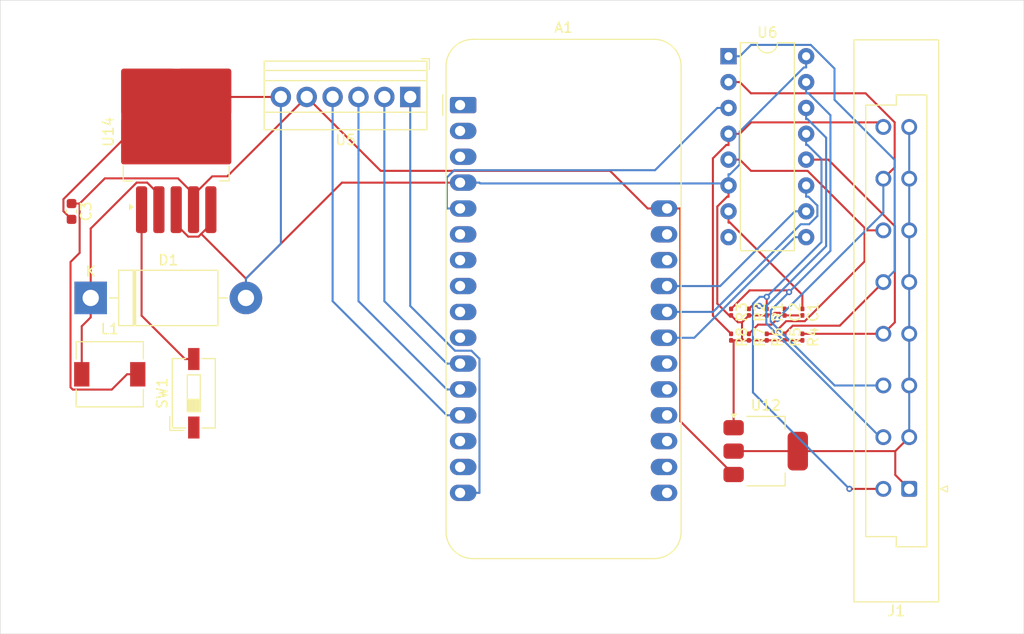
<source format=kicad_pcb>
(kicad_pcb (version 20240108) (generator "pcbnew") (generator_version "8.0")
  (layers (0 "F.Cu" signal) (31 "B.Cu" signal) (34 "B.Paste" user) (35 "F.Paste" user) (36 "B.SilkS" user "B.Silkscreen") (37 "F.SilkS" user "F.Silkscreen") (38 "B.Mask" user) (39 "F.Mask" user) (44 "Edge.Cuts" user))
  (net 0 "")
  (net 1 "/+5V")
  (net 5 "/AN_Out")
  (net 7 "/SPI_MOSI")
  (net 10 "/SPI_MISO")
  (net 13 "/SEL_2")
  (net 15 "GND")
  (net 18 "/Vref3.3")
  (net 20 "/SEL_0")
  (net 21 "/SPI_CS")
  (net 22 "/SEL_1")
  (net 28 "/SPI_SCK")
  (net 29 "Net-(U6-VEE)")
  (net 30 "+3.3VA")
  (net 31 "/AN_0")
  (net 32 "/AN_1")
  (net 33 "/AN_2")
  (net 34 "/AN_3")
  (net 35 "/AN_4")
  (net 36 "/AN_5")
  (net 37 "/AN_6")
  (net 38 "/AN_7")
  (net 40 "+3.3V")
  (net 41 "Net-(U14-VIN)")
  (net 42 "Net-(D1-K)")
  (net 43 "+BATT")
  (footprint "Inductor_SMD:L_6.3x6.3_H3" (layer "F.Cu") (at 26.5 85.75)
    (property "Reference" "L1" (at 0 -4.45 0) (layer "F.SilkS"))
    (property "Value" "33uH")
    (fp_line (start -3.3 -3.2) (end 3.3 -3.2) (stroke (width 0.12)) (layer "F.SilkS"))
    (fp_line (start -3.3 -1.5) (end -3.3 -3.2) (stroke (width 0.12)) (layer "F.SilkS"))
    (fp_line (start -3.3 3.2) (end -3.3 1.5) (stroke (width 0.12)) (layer "F.SilkS"))
    (fp_line (start 3.3 -3.2) (end 3.3 -1.5) (stroke (width 0.12)) (layer "F.SilkS"))
    (fp_line (start 3.3 1.5) (end 3.3 3.2) (stroke (width 0.12)) (layer "F.SilkS"))
    (fp_line (start 3.3 3.2) (end -3.3 3.2) (stroke (width 0.12)) (layer "F.SilkS"))
    (pad "1" smd rect (at -2.75 0) (size 1.5 2.4) (layers "F.Cu" "F.Paste" "F.Mask") (net 42 "Net-(D1-K)"))
    (pad "2" smd rect (at 2.75 0) (size 1.5 2.4) (layers "F.Cu" "F.Paste" "F.Mask") (net 1 "/+5V"))
  )
  (footprint "Connector_DIN:DIN41612_B2_2x8_Female_Vertical_THT" (layer "F.Cu") (at 104.99 99.55 180)
    (property "Reference" "J1" (at 1.27 -9.45 0) (layer "F.SilkS"))
    (property "Value" "DIN41612_02x08_AB_EvenPins")
    (fp_line (start 5.43 46.66) (end -2.89 46.66) (stroke (width 0.12)) (layer "F.SilkS"))
    (fp_line (start 5.43 -8.56) (end 5.43 46.66) (stroke (width 0.12)) (layer "F.SilkS"))
    (fp_line (start 4.27 40.25) (end 1.27 40.25) (stroke (width 0.12)) (layer "F.SilkS"))
    (fp_line (start 4.27 -2.15) (end 4.27 40.25) (stroke (width 0.12)) (layer "F.SilkS"))
    (fp_line (start 1.27 41.25) (end -1.73 41.25) (stroke (width 0.12)) (layer "F.SilkS"))
    (fp_line (start 1.27 40.25) (end 1.27 41.25) (stroke (width 0.12)) (layer "F.SilkS"))
    (fp_line (start 1.27 -2.15) (end 4.27 -2.15) (stroke (width 0.12)) (layer "F.SilkS"))
    (fp_line (start 1.27 -3.15) (end 1.27 -2.15) (stroke (width 0.12)) (layer "F.SilkS"))
    (fp_line (start -1.73 41.25) (end -1.73 -3.15) (stroke (width 0.12)) (layer "F.SilkS"))
    (fp_line (start -1.73 -3.15) (end 1.27 -3.15) (stroke (width 0.12)) (layer "F.SilkS"))
    (fp_line (start -2.89 46.66) (end -2.89 -8.56) (stroke (width 0.12)) (layer "F.SilkS"))
    (fp_line (start -2.89 -8.56) (end 5.43 -8.56) (stroke (width 0.12)) (layer "F.SilkS"))
    (fp_line (start -3.08 2.54) (end -3.76 2.24) (stroke (width 0.12)) (layer "F.SilkS"))
    (fp_line (start -3.76 2.84) (end -3.08 2.54) (stroke (width 0.12)) (layer "F.SilkS"))
    (fp_line (start -3.76 2.24) (end -3.76 2.84) (stroke (width 0.12)) (layer "F.SilkS"))
    (pad "" np_thru_hole circle (at 2.24 -5.95 180) (size 2.85 2.85) (drill 2.85) (layers "*.Cu" "*.Mask"))
    (pad "" np_thru_hole circle (at 2.24 44.05 180) (size 2.85 2.85) (drill 2.85) (layers "*.Cu" "*.Mask"))
    (pad "a2" thru_hole roundrect (at 0 2.54 180) (size 1.55 1.55) (drill 1) (layers "*.Cu" "*.Mask") (roundrect_rratio 0.16129) (net 40 "+3.3V"))
    (pad "a4" thru_hole circle (at 0 7.62 180) (size 1.55 1.55) (drill 1) (layers "*.Cu" "*.Mask") (net 40 "+3.3V"))
    (pad "a6" thru_hole circle (at 0 12.7 180) (size 1.55 1.55) (drill 1) (layers "*.Cu" "*.Mask") (net 40 "+3.3V"))
    (pad "a8" thru_hole circle (at 0 17.78 180) (size 1.55 1.55) (drill 1) (layers "*.Cu" "*.Mask") (net 40 "+3.3V"))
    (pad "a10" thru_hole circle (at 0 22.86 180) (size 1.55 1.55) (drill 1) (layers "*.Cu" "*.Mask") (net 40 "+3.3V"))
    (pad "a12" thru_hole circle (at 0 27.94 180) (size 1.55 1.55) (drill 1) (layers "*.Cu" "*.Mask") (net 40 "+3.3V"))
    (pad "a14" thru_hole circle (at 0 33.02 180) (size 1.55 1.55) (drill 1) (layers "*.Cu" "*.Mask") (net 40 "+3.3V"))
    (pad "a16" thru_hole circle (at 0 38.1 180) (size 1.55 1.55) (drill 1) (layers "*.Cu" "*.Mask") (net 40 "+3.3V"))
    (pad "b2" thru_hole circle (at 2.54 2.54 180) (size 1.55 1.55) (drill 1) (layers "*.Cu" "*.Mask") (net 31 "/AN_0"))
    (pad "b4" thru_hole circle (at 2.54 7.62 180) (size 1.55 1.55) (drill 1) (layers "*.Cu" "*.Mask") (net 32 "/AN_1"))
    (pad "b6" thru_hole circle (at 2.54 12.7 180) (size 1.55 1.55) (drill 1) (layers "*.Cu" "*.Mask") (net 33 "/AN_2"))
    (pad "b8" thru_hole circle (at 2.54 17.78 180) (size 1.55 1.55) (drill 1) (layers "*.Cu" "*.Mask") (net 34 "/AN_3"))
    (pad "b10" thru_hole circle (at 2.54 22.86 180) (size 1.55 1.55) (drill 1) (layers "*.Cu" "*.Mask") (net 35 "/AN_4"))
    (pad "b12" thru_hole circle (at 2.54 27.94 180) (size 1.55 1.55) (drill 1) (layers "*.Cu" "*.Mask") (net 36 "/AN_5"))
    (pad "b14" thru_hole circle (at 2.54 33.02 180) (size 1.55 1.55) (drill 1) (layers "*.Cu" "*.Mask") (net 37 "/AN_6"))
    (pad "b16" thru_hole circle (at 2.54 38.1 180) (size 1.55 1.55) (drill 1) (layers "*.Cu" "*.Mask") (net 38 "/AN_7"))
  )
  (footprint "Button_Switch_SMD:SW_DIP_SPSTx01_Slide_6.7x4.1mm_W6.73mm_P2.54mm_LowProfile_JPin" (layer "F.Cu") (at 34.75 87.615 90)
    (property "Reference" "SW1" (at 0 -3.11 90) (layer "F.SilkS"))
    (property "Value" "SW_DIP_x01")
    (fp_line (start -3.65 -2.35) (end -2.267 -2.35) (stroke (width 0.12)) (layer "F.SilkS"))
    (fp_line (start -3.65 -2.35) (end -3.65 -0.967) (stroke (width 0.12)) (layer "F.SilkS"))
    (fp_line (start 3.41 -2.11) (end 3.41 -0.8) (stroke (width 0.12)) (layer "F.SilkS"))
    (fp_line (start -3.41 -2.11) (end 3.41 -2.11) (stroke (width 0.12)) (layer "F.SilkS"))
    (fp_line (start -3.41 -2.11) (end -3.41 -0.8) (stroke (width 0.12)) (layer "F.SilkS"))
    (fp_line (start 1.81 -0.635) (end -1.81 -0.635) (stroke (width 0.12)) (layer "F.SilkS"))
    (fp_line (start -0.603333 -0.635) (end -0.603333 0.635) (stroke (width 0.12)) (layer "F.SilkS"))
    (fp_line (start -1.81 -0.635) (end -1.81 0.635) (stroke (width 0.12)) (layer "F.SilkS"))
    (fp_line (start -1.81 -0.515) (end -0.603333 -0.515) (stroke (width 0.12)) (layer "F.SilkS"))
    (fp_line (start -1.81 -0.395) (end -0.603333 -0.395) (stroke (width 0.12)) (layer "F.SilkS"))
    (fp_line (start -1.81 -0.275) (end -0.603333 -0.275) (stroke (width 0.12)) (layer "F.SilkS"))
    (fp_line (start -1.81 -0.155) (end -0.603333 -0.155) (stroke (width 0.12)) (layer "F.SilkS"))
    (fp_line (start -1.81 -0.035) (end -0.603333 -0.035) (stroke (width 0.12)) (layer "F.SilkS"))
    (fp_line (start -1.81 0.085) (end -0.603333 0.085) (stroke (width 0.12)) (layer "F.SilkS"))
    (fp_line (start -1.81 0.205) (end -0.603333 0.205) (stroke (width 0.12)) (layer "F.SilkS"))
    (fp_line (start -1.81 0.325) (end -0.603333 0.325) (stroke (width 0.12)) (layer "F.SilkS"))
    (fp_line (start -1.81 0.445) (end -0.603333 0.445) (stroke (width 0.12)) (layer "F.SilkS"))
    (fp_line (start -1.81 0.565) (end -0.603333 0.565) (stroke (width 0.12)) (layer "F.SilkS"))
    (fp_line (start 1.81 0.635) (end 1.81 -0.635) (stroke (width 0.12)) (layer "F.SilkS"))
    (fp_line (start -1.81 0.635) (end 1.81 0.635) (stroke (width 0.12)) (layer "F.SilkS"))
    (fp_line (start 3.41 0.8) (end 3.41 2.11) (stroke (width 0.12)) (layer "F.SilkS"))
    (fp_line (start -3.41 0.8) (end -3.41 2.11) (stroke (width 0.12)) (layer "F.SilkS"))
    (fp_line (start -3.41 2.11) (end 3.41 2.11) (stroke (width 0.12)) (layer "F.SilkS"))
    (pad "1" smd rect (at -3.365 0 90) (size 2.16 1.12) (layers "F.Cu" "F.Paste" "F.Mask") (net 43 "+BATT"))
    (pad "2" smd rect (at 3.365 0 90) (size 2.16 1.12) (layers "F.Cu" "F.Paste" "F.Mask") (net 41 "Net-(U14-VIN)"))
  )
  (footprint "TerminalBlock:TerminalBlock_Xinya_XY308-2.54-6P_1x06_P2.54mm_Horizontal" (layer "F.Cu") (at 56 58.5 180)
    (property "Reference" "U5" (at 6.35 -4.22 0) (layer "F.SilkS"))
    (property "Value" "~")
    (fp_line (start 14.34 -3.22) (end 14.34 3.52) (stroke (width 0.12)) (layer "F.SilkS"))
    (fp_line (start -1.64 3.52) (end 14.34 3.52) (stroke (width 0.12)) (layer "F.SilkS"))
    (fp_line (start -1.64 2.6) (end 14.34 2.6) (stroke (width 0.12)) (layer "F.SilkS"))
    (fp_line (start -1.64 1.6) (end 14.34 1.6) (stroke (width 0.12)) (layer "F.SilkS"))
    (fp_line (start -1.64 -1.501) (end 14.34 -1.501) (stroke (width 0.12)) (layer "F.SilkS"))
    (fp_line (start -1.64 -3.22) (end 14.34 -3.22) (stroke (width 0.12)) (layer "F.SilkS"))
    (fp_line (start -1.64 -3.22) (end -1.64 3.52) (stroke (width 0.12)) (layer "F.SilkS"))
    (fp_line (start -1.88 3.76) (end -1.08 3.76) (stroke (width 0.12)) (layer "F.SilkS"))
    (fp_line (start -1.88 2.72) (end -1.88 3.76) (stroke (width 0.12)) (layer "F.SilkS"))
    (pad "1" thru_hole rect (at 0 0 180) (size 2 2) (drill 1.2) (layers "*.Cu" "*.Mask") (net 21 "/SPI_CS"))
    (pad "2" thru_hole circle (at 2.54 0 180) (size 2 2) (drill 1.2) (layers "*.Cu" "*.Mask") (net 28 "/SPI_SCK"))
    (pad "3" thru_hole circle (at 5.08 0 180) (size 2 2) (drill 1.2) (layers "*.Cu" "*.Mask") (net 7 "/SPI_MOSI"))
    (pad "4" thru_hole circle (at 7.62 0 180) (size 2 2) (drill 1.2) (layers "*.Cu" "*.Mask") (net 10 "/SPI_MISO"))
    (pad "5" thru_hole circle (at 10.16 0 180) (size 2 2) (drill 1.2) (layers "*.Cu" "*.Mask") (net 1 "/+5V"))
    (pad "6" thru_hole circle (at 12.7 0 180) (size 2 2) (drill 1.2) (layers "*.Cu" "*.Mask") (net 15 "GND"))
  )
  (footprint "Diode_THT:D_DO-201AD_P15.24mm_Horizontal" (layer "F.Cu") (at 24.63 78.25)
    (property "Reference" "D1" (at 7.62 -3.72 0) (layer "F.SilkS"))
    (property "Value" "1N5820")
    (fp_line (start 1.84 0) (end 2.75 0) (stroke (width 0.12)) (layer "F.SilkS"))
    (fp_line (start 2.75 -2.72) (end 2.75 2.72) (stroke (width 0.12)) (layer "F.SilkS"))
    (fp_line (start 2.75 2.72) (end 12.49 2.72) (stroke (width 0.12)) (layer "F.SilkS"))
    (fp_line (start 4.175 -2.72) (end 4.175 2.72) (stroke (width 0.12)) (layer "F.SilkS"))
    (fp_line (start 4.295 -2.72) (end 4.295 2.72) (stroke (width 0.12)) (layer "F.SilkS"))
    (fp_line (start 4.415 -2.72) (end 4.415 2.72) (stroke (width 0.12)) (layer "F.SilkS"))
    (fp_line (start 12.49 -2.72) (end 2.75 -2.72) (stroke (width 0.12)) (layer "F.SilkS"))
    (fp_line (start 12.49 2.72) (end 12.49 -2.72) (stroke (width 0.12)) (layer "F.SilkS"))
    (fp_line (start 13.4 0) (end 12.49 0) (stroke (width 0.12)) (layer "F.SilkS"))
    (fp_text user "K" (at 0 -2.6 0) (layer "F.SilkS"))
    (pad "1" thru_hole rect (at 0 0) (size 3.2 3.2) (drill 1.6) (layers "*.Cu" "*.Mask") (net 42 "Net-(D1-K)"))
    (pad "2" thru_hole oval (at 15.24 0) (size 3.2 3.2) (drill 1.6) (layers "*.Cu" "*.Mask") (net 15 "GND"))
  )
  (footprint "Resistor_SMD:R_0201_0603Metric" (layer "F.Cu") (at 87.5 82.095 -90)
    (property "Reference" "R8" (at 0 -1.05 90) (layer "F.SilkS"))
    (property "Value" "10k")
    (pad "1" smd roundrect (at -0.32 0 270) (size 0.46 0.4) (layers "F.Cu" "F.Mask") (net 38 "/AN_7"))
    (pad "2" smd roundrect (at 0.32 0 270) (size 0.46 0.4) (layers "F.Cu" "F.Mask") (net 15 "GND"))
  )
  (footprint "Resistor_SMD:R_0201_0603Metric" (layer "F.Cu") (at 92.75 82.095 -90)
    (property "Reference" "R5" (at 0 -1.05 90) (layer "F.SilkS"))
    (property "Value" "10k")
    (pad "1" smd roundrect (at -0.32 0 270) (size 0.46 0.4) (layers "F.Cu" "F.Mask") (net 35 "/AN_4"))
    (pad "2" smd roundrect (at 0.32 0 270) (size 0.46 0.4) (layers "F.Cu" "F.Mask") (net 15 "GND"))
  )
  (footprint "Package_DIP:DIP-16_W7.62mm" (layer "F.Cu") (at 87.25 54.5)
    (property "Reference" "U6" (at 3.81 -2.33 0) (layer "F.SilkS"))
    (property "Value" "4051")
    (fp_line (start 1.16 -1.33) (end 1.16 19.11) (stroke (width 0.12)) (layer "F.SilkS"))
    (fp_line (start 1.16 19.11) (end 6.46 19.11) (stroke (width 0.12)) (layer "F.SilkS"))
    (fp_line (start 2.81 -1.33) (end 1.16 -1.33) (stroke (width 0.12)) (layer "F.SilkS"))
    (fp_line (start 6.46 -1.33) (end 4.81 -1.33) (stroke (width 0.12)) (layer "F.SilkS"))
    (fp_line (start 6.46 19.11) (end 6.46 -1.33) (stroke (width 0.12)) (layer "F.SilkS"))
    (fp_arc (start 4.81 -1.33) (mid 3.81 -0.33) (end 2.81 -1.33) (stroke (width 0.12)) (layer "F.SilkS"))
    (pad "1" thru_hole rect (at 0 0) (size 1.6 1.6) (drill 0.8) (layers "*.Cu" "*.Mask") (net 35 "/AN_4"))
    (pad "2" thru_hole oval (at 0 2.54) (size 1.6 1.6) (drill 0.8) (layers "*.Cu" "*.Mask") (net 37 "/AN_6"))
    (pad "3" thru_hole oval (at 0 5.08) (size 1.6 1.6) (drill 0.8) (layers "*.Cu" "*.Mask") (net 5 "/AN_Out"))
    (pad "4" thru_hole oval (at 0 7.62) (size 1.6 1.6) (drill 0.8) (layers "*.Cu" "*.Mask") (net 38 "/AN_7"))
    (pad "5" thru_hole oval (at 0 10.16) (size 1.6 1.6) (drill 0.8) (layers "*.Cu" "*.Mask") (net 36 "/AN_5"))
    (pad "6" thru_hole oval (at 0 12.7) (size 1.6 1.6) (drill 0.8) (layers "*.Cu" "*.Mask") (net 15 "GND"))
    (pad "7" thru_hole oval (at 0 15.24) (size 1.6 1.6) (drill 0.8) (layers "*.Cu" "*.Mask") (net 29 "Net-(U6-VEE)"))
    (pad "8" thru_hole oval (at 0 17.78) (size 1.6 1.6) (drill 0.8) (layers "*.Cu" "*.Mask"))
    (pad "9" thru_hole oval (at 7.62 17.78) (size 1.6 1.6) (drill 0.8) (layers "*.Cu" "*.Mask") (net 13 "/SEL_2"))
    (pad "10" thru_hole oval (at 7.62 15.24) (size 1.6 1.6) (drill 0.8) (layers "*.Cu" "*.Mask") (net 22 "/SEL_1"))
    (pad "11" thru_hole oval (at 7.62 12.7) (size 1.6 1.6) (drill 0.8) (layers "*.Cu" "*.Mask") (net 20 "/SEL_0"))
    (pad "12" thru_hole oval (at 7.62 10.16) (size 1.6 1.6) (drill 0.8) (layers "*.Cu" "*.Mask") (net 34 "/AN_3"))
    (pad "13" thru_hole oval (at 7.62 7.62) (size 1.6 1.6) (drill 0.8) (layers "*.Cu" "*.Mask") (net 31 "/AN_0"))
    (pad "14" thru_hole oval (at 7.62 5.08) (size 1.6 1.6) (drill 0.8) (layers "*.Cu" "*.Mask") (net 32 "/AN_1"))
    (pad "15" thru_hole oval (at 7.62 2.54) (size 1.6 1.6) (drill 0.8) (layers "*.Cu" "*.Mask") (net 33 "/AN_2"))
    (pad "16" thru_hole oval (at 7.62 0) (size 1.6 1.6) (drill 0.8) (layers "*.Cu" "*.Mask") (net 15 "GND"))
  )
  (footprint "Package_TO_SOT_SMD:TO-263-5_TabPin3" (layer "F.Cu") (at 33.025 61.925 90)
    (property "Reference" "U14" (at 0 -6.65 90) (layer "F.SilkS"))
    (property "Value" "LM2596S-5")
    (fp_line (start -3.325 -5.2) (end -4.825 -5.2) (stroke (width 0.12)) (layer "F.SilkS"))
    (fp_line (start -4.825 -5.2) (end -4.825 -4.25) (stroke (width 0.12)) (layer "F.SilkS"))
    (fp_line (start -3.325 5.2) (end -4.825 5.2) (stroke (width 0.12)) (layer "F.SilkS"))
    (fp_line (start -4.825 5.2) (end -4.825 4.25) (stroke (width 0.12)) (layer "F.SilkS"))
    (fp_poly (pts (xy -7.3875 -4.25) (xy -7.6275 -4.58) (xy -7.1475 -4.58) (xy -7.3875 -4.25)) (stroke (width 0.12)) (fill solid) (layer "F.SilkS"))
    (pad "1" smd roundrect (at -7.65 -3.4 90) (size 4.6 1.1) (layers "F.Cu" "F.Paste" "F.Mask") (roundrect_rratio 0.227273) (net 41 "Net-(U14-VIN)"))
    (pad "2" smd roundrect (at -7.65 -1.7 90) (size 4.6 1.1) (layers "F.Cu" "F.Paste" "F.Mask") (roundrect_rratio 0.227273) (net 42 "Net-(D1-K)"))
    (pad "3" smd roundrect (at -7.65 0 90) (size 4.6 1.1) (layers "F.Cu" "F.Paste" "F.Mask") (roundrect_rratio 0.227273) (net 15 "GND"))
    (pad "3" smd roundrect (at -0.925 -2.775 90) (size 4.55 5.25) (layers "F.Cu" "F.Paste") (roundrect_rratio 0.054945) (net 15 "GND"))
    (pad "3" smd roundrect (at -0.925 2.775 90) (size 4.55 5.25) (layers "F.Cu" "F.Paste") (roundrect_rratio 0.054945) (net 15 "GND"))
    (pad "3" smd roundrect (at 1.5 0 90) (size 9.4 10.8) (layers "F.Cu" "F.Mask") (roundrect_rratio 0.026596) (net 15 "GND"))
    (pad "3" smd roundrect (at 3.925 -2.775 90) (size 4.55 5.25) (layers "F.Cu" "F.Paste") (roundrect_rratio 0.054945) (net 15 "GND"))
    (pad "3" smd roundrect (at 3.925 2.775 90) (size 4.55 5.25) (layers "F.Cu" "F.Paste") (roundrect_rratio 0.054945) (net 15 "GND"))
    (pad "4" smd roundrect (at -7.65 1.7 90) (size 4.6 1.1) (layers "F.Cu" "F.Paste" "F.Mask") (roundrect_rratio 0.227273) (net 1 "/+5V"))
    (pad "5" smd roundrect (at -7.65 3.4 90) (size 4.6 1.1) (layers "F.Cu" "F.Paste" "F.Mask") (roundrect_rratio 0.227273) (net 15 "GND"))
  )
  (footprint "Resistor_SMD:R_0201_0603Metric" (layer "F.Cu") (at 91 82.095 -90)
    (property "Reference" "R6" (at 0 -1.05 90) (layer "F.SilkS"))
    (property "Value" "10k")
    (pad "1" smd roundrect (at -0.32 0 270) (size 0.46 0.4) (layers "F.Cu" "F.Mask") (net 36 "/AN_5"))
    (pad "2" smd roundrect (at 0.32 0 270) (size 0.46 0.4) (layers "F.Cu" "F.Mask") (net 15 "GND"))
  )
  (footprint "Capacitor_SMD:C_0201_0603Metric" (layer "F.Cu") (at 92.75 79.645 -90)
    (property "Reference" "C2" (at 0 -1.05 90) (layer "F.SilkS"))
    (property "Value" "C")
    (pad "1" smd roundrect (at -0.32 0 270) (size 0.46 0.4) (layers "F.Cu" "F.Mask") (net 30 "+3.3VA"))
    (pad "2" smd roundrect (at 0.32 0 270) (size 0.46 0.4) (layers "F.Cu" "F.Mask") (net 15 "GND"))
  )
  (footprint "Capacitor_SMD:C_0603_1608Metric" (layer "F.Cu") (at 22.75 69.75 -90)
    (property "Reference" "C3" (at 0 -1.43 -90) (layer "F.SilkS"))
    (property "Value" "220uf")
    (fp_line (start -0.14058 0.51) (end 0.14058 0.51) (stroke (width 0.12)) (layer "F.SilkS"))
    (fp_line (start -0.14058 -0.51) (end 0.14058 -0.51) (stroke (width 0.12)) (layer "F.SilkS"))
    (pad "1" smd roundrect (at -0.775 0 270) (size 0.9 0.95) (layers "F.Cu" "F.Paste" "F.Mask") (net 1 "/+5V"))
    (pad "2" smd roundrect (at 0.775 0 270) (size 0.9 0.95) (layers "F.Cu" "F.Paste" "F.Mask") (net 15 "GND"))
  )
  (footprint "Module:Adafruit_Feather" (layer "F.Cu") (at 60.895 59.3)
    (property "Reference" "A1" (at 10.16 -7.62 0) (layer "F.SilkS"))
    (property "Value" "Adafruit_Feather_HUZZAH32_ESP32")
    (fp_line (start -1.7 1) (end -1.7 -1) (stroke (width 0.12)) (layer "F.SilkS"))
    (fp_line (start -1.38 -3.81) (end -1.38 41.91) (stroke (width 0.12)) (layer "F.SilkS"))
    (fp_line (start 19.05 -6.46) (end 1.27 -6.46) (stroke (width 0.12)) (layer "F.SilkS"))
    (fp_line (start 19.05 44.56) (end 1.27 44.56) (stroke (width 0.12)) (layer "F.SilkS"))
    (fp_line (start 21.7 -3.81) (end 21.7 41.91) (stroke (width 0.12)) (layer "F.SilkS"))
    (fp_arc (start -1.38 -3.81) (mid -0.603833 -5.683833) (end 1.27 -6.46) (stroke (width 0.12)) (layer "F.SilkS"))
    (fp_arc (start 1.27 44.56) (mid -0.603833 43.783833) (end -1.38 41.91) (stroke (width 0.12)) (layer "F.SilkS"))
    (fp_arc (start 19.05 -6.46) (mid 20.923833 -5.683833) (end 21.7 -3.81) (stroke (width 0.12)) (layer "F.SilkS"))
    (fp_arc (start 21.7 41.91) (mid 20.923833 43.783833) (end 19.05 44.56) (stroke (width 0.12)) (layer "F.SilkS"))
    (pad "1" thru_hole roundrect (at 0 0) (size 2.6 1.6) (drill 1 (offset 0.3 0)) (layers "*.Cu" "*.Mask") (roundrect_rratio 0.15625))
    (pad "2" thru_hole oval (at 0 2.54) (size 2.6 1.6) (drill 1 (offset 0.3 0)) (layers "*.Cu" "*.Mask") (net 18 "/Vref3.3"))
    (pad "3" thru_hole oval (at 0 5.08) (size 2.6 1.6) (drill 1 (offset 0.3 0)) (layers "*.Cu" "*.Mask"))
    (pad "4" thru_hole oval (at 0 7.62) (size 2.6 1.6) (drill 1 (offset 0.3 0)) (layers "*.Cu" "*.Mask") (net 15 "GND"))
    (pad "5" thru_hole oval (at 0 10.16) (size 2.6 1.6) (drill 1 (offset 0.3 0)) (layers "*.Cu" "*.Mask") (net 5 "/AN_Out"))
    (pad "6" thru_hole oval (at 0 12.7) (size 2.6 1.6) (drill 1 (offset 0.3 0)) (layers "*.Cu" "*.Mask"))
    (pad "7" thru_hole oval (at 0 15.24) (size 2.6 1.6) (drill 1 (offset 0.3 0)) (layers "*.Cu" "*.Mask"))
    (pad "8" thru_hole oval (at 0 17.78) (size 2.6 1.6) (drill 1 (offset 0.3 0)) (layers "*.Cu" "*.Mask"))
    (pad "9" thru_hole oval (at 0 20.32) (size 2.6 1.6) (drill 1 (offset 0.3 0)) (layers "*.Cu" "*.Mask"))
    (pad "10" thru_hole oval (at 0 22.86) (size 2.6 1.6) (drill 1 (offset 0.3 0)) (layers "*.Cu" "*.Mask"))
    (pad "11" thru_hole oval (at 0 25.4) (size 2.6 1.6) (drill 1 (offset 0.3 0)) (layers "*.Cu" "*.Mask") (net 28 "/SPI_SCK"))
    (pad "12" thru_hole oval (at 0 27.94) (size 2.6 1.6) (drill 1 (offset 0.3 0)) (layers "*.Cu" "*.Mask") (net 7 "/SPI_MOSI"))
    (pad "13" thru_hole oval (at 0 30.48) (size 2.6 1.6) (drill 1 (offset 0.3 0)) (layers "*.Cu" "*.Mask") (net 10 "/SPI_MISO"))
    (pad "14" thru_hole oval (at 0 33.02) (size 2.6 1.6) (drill 1 (offset 0.3 0)) (layers "*.Cu" "*.Mask"))
    (pad "15" thru_hole oval (at 0 35.56) (size 2.6 1.6) (drill 1 (offset 0.3 0)) (layers "*.Cu" "*.Mask"))
    (pad "16" thru_hole oval (at 0 38.1) (size 2.6 1.6) (drill 1 (offset 0.3 0)) (layers "*.Cu" "*.Mask") (net 21 "/SPI_CS"))
    (pad "17" thru_hole oval (at 20.32 38.1 180) (size 2.6 1.6) (drill 1 (offset 0.3 0)) (layers "*.Cu" "*.Mask"))
    (pad "18" thru_hole oval (at 20.32 35.56 180) (size 2.6 1.6) (drill 1 (offset 0.3 0)) (layers "*.Cu" "*.Mask"))
    (pad "19" thru_hole oval (at 20.32 33.02 180) (size 2.6 1.6) (drill 1 (offset 0.3 0)) (layers "*.Cu" "*.Mask"))
    (pad "20" thru_hole oval (at 20.32 30.48 180) (size 2.6 1.6) (drill 1 (offset 0.3 0)) (layers "*.Cu" "*.Mask"))
    (pad "21" thru_hole oval (at 20.32 27.94 180) (size 2.6 1.6) (drill 1 (offset 0.3 0)) (layers "*.Cu" "*.Mask"))
    (pad "22" thru_hole oval (at 20.32 25.4 180) (size 2.6 1.6) (drill 1 (offset 0.3 0)) (layers "*.Cu" "*.Mask"))
    (pad "23" thru_hole oval (at 20.32 22.86 180) (size 2.6 1.6) (drill 1 (offset 0.3 0)) (layers "*.Cu" "*.Mask") (net 13 "/SEL_2"))
    (pad "24" thru_hole oval (at 20.32 20.32 180) (size 2.6 1.6) (drill 1 (offset 0.3 0)) (layers "*.Cu" "*.Mask") (net 20 "/SEL_0"))
    (pad "25" thru_hole oval (at 20.32 17.78 180) (size 2.6 1.6) (drill 1 (offset 0.3 0)) (layers "*.Cu" "*.Mask") (net 22 "/SEL_1"))
    (pad "26" thru_hole oval (at 20.32 15.24 180) (size 2.6 1.6) (drill 1 (offset 0.3 0)) (layers "*.Cu" "*.Mask"))
    (pad "27" thru_hole oval (at 20.32 12.7 180) (size 2.6 1.6) (drill 1 (offset 0.3 0)) (layers "*.Cu" "*.Mask"))
    (pad "28" thru_hole oval (at 20.32 10.16 180) (size 2.6 1.6) (drill 1 (offset 0.3 0)) (layers "*.Cu" "*.Mask") (net 1 "/+5V"))
  )
  (footprint "Resistor_SMD:R_0201_0603Metric" (layer "F.Cu") (at 91 79.645 -90)
    (property "Reference" "R1" (at 0 -1.05 90) (layer "F.SilkS"))
    (property "Value" "10k")
    (pad "1" smd roundrect (at -0.32 0 270) (size 0.46 0.4) (layers "F.Cu" "F.Mask") (net 31 "/AN_0"))
    (pad "2" smd roundrect (at 0.32 0 270) (size 0.46 0.4) (layers "F.Cu" "F.Mask") (net 15 "GND"))
  )
  (footprint "Package_TO_SOT_SMD:SOT-223-3_TabPin2" (layer "F.Cu") (at 90.9 93.3)
    (property "Reference" "U12" (at 0 -4.5 0) (layer "F.SilkS"))
    (property "Value" "AMS1117-3.3")
    (fp_line (start -1.85 -3.41) (end 1.91 -3.41) (stroke (width 0.12)) (layer "F.SilkS"))
    (fp_line (start -1.85 3.41) (end 1.91 3.41) (stroke (width 0.12)) (layer "F.SilkS"))
    (fp_line (start 1.91 -3.41) (end 1.91 -2.15) (stroke (width 0.12)) (layer "F.SilkS"))
    (fp_line (start 1.91 3.41) (end 1.91 2.15) (stroke (width 0.12)) (layer "F.SilkS"))
    (fp_poly (pts (xy -3.13 -3.31) (xy -3.37 -3.64) (xy -2.89 -3.64) (xy -3.13 -3.31)) (stroke (width 0.12)) (fill solid) (layer "F.SilkS"))
    (pad "1" smd roundrect (at -3.15 -2.3) (size 2 1.5) (layers "F.Cu" "F.Paste" "F.Mask") (net 15 "GND"))
    (pad "2" smd roundrect (at -3.15 0) (size 2 1.5) (layers "F.Cu" "F.Paste" "F.Mask") (net 40 "+3.3V"))
    (pad "2" smd roundrect (at 3.15 0) (size 2 3.8) (layers "F.Cu" "F.Paste" "F.Mask") (net 40 "+3.3V"))
    (pad "3" smd roundrect (at -3.15 2.3) (size 2 1.5) (layers "F.Cu" "F.Paste" "F.Mask") (net 1 "/+5V"))
  )
  (footprint "Capacitor_SMD:C_0201_0603Metric" (layer "F.Cu") (at 94.5 79.645 -90)
    (property "Reference" "C1" (at 0 -1.05 90) (layer "F.SilkS"))
    (property "Value" "0.1pf")
    (pad "1" smd roundrect (at -0.32 0 270) (size 0.46 0.4) (layers "F.Cu" "F.Mask") (net 29 "Net-(U6-VEE)"))
    (pad "2" smd roundrect (at 0.32 0 270) (size 0.46 0.4) (layers "F.Cu" "F.Mask") (net 15 "GND"))
  )
  (footprint "Resistor_SMD:R_0201_0603Metric" (layer "F.Cu") (at 94.5 82.095 -90)
    (property "Reference" "R4" (at 0 -1.05 90) (layer "F.SilkS"))
    (property "Value" "10k")
    (pad "1" smd roundrect (at -0.32 0 270) (size 0.46 0.4) (layers "F.Cu" "F.Mask") (net 34 "/AN_3"))
    (pad "2" smd roundrect (at 0.32 0 270) (size 0.46 0.4) (layers "F.Cu" "F.Mask") (net 15 "GND"))
  )
  (footprint "Resistor_SMD:R_0201_0603Metric" (layer "F.Cu") (at 87.5 79.645 -90)
    (property "Reference" "R3" (at 0 -1.05 90) (layer "F.SilkS"))
    (property "Value" "10k")
    (pad "1" smd roundrect (at -0.32 0 270) (size 0.46 0.4) (layers "F.Cu" "F.Mask") (net 33 "/AN_2"))
    (pad "2" smd roundrect (at 0.32 0 270) (size 0.46 0.4) (layers "F.Cu" "F.Mask") (net 15 "GND"))
  )
  (footprint "Resistor_SMD:R_0201_0603Metric" (layer "F.Cu") (at 89.25 79.645 -90)
    (property "Reference" "R2" (at 0 -1.05 90) (layer "F.SilkS"))
    (property "Value" "10k")
    (pad "1" smd roundrect (at -0.32 0 270) (size 0.46 0.4) (layers "F.Cu" "F.Mask") (net 32 "/AN_1"))
    (pad "2" smd roundrect (at 0.32 0 270) (size 0.46 0.4) (layers "F.Cu" "F.Mask") (net 15 "GND"))
  )
  (footprint "Resistor_SMD:R_0201_0603Metric" (layer "F.Cu") (at 89.25 82.095 -90)
    (property "Reference" "R7" (at 0 -1.05 90) (layer "F.SilkS"))
    (property "Value" "10k")
    (pad "1" smd roundrect (at -0.32 0 270) (size 0.46 0.4) (layers "F.Cu" "F.Mask") (net 37 "/AN_6"))
    (pad "2" smd roundrect (at 0.32 0 270) (size 0.46 0.4) (layers "F.Cu" "F.Mask") (net 15 "GND"))
  )
  (gr_rect (start 15.75 49) (end 116.25 111.25) (stroke (width 0.05)) (fill none) (layer "Edge.Cuts"))
  (segment (start 79.3133 69.46) (end 75.6135 65.7602) (width 0.2) (layer "F.Cu") (net 1))
  (segment (start 36.5583 66.3028) (end 34.8383 68.0228) (width 0.2) (layer "F.Cu") (net 1))
  (segment (start 23.5431 73.8223) (end 23.5431 68.975) (width 0.2) (layer "F.Cu") (net 1))
  (segment (start 23.5431 68.975) (end 26.0165 66.5016) (width 0.2) (layer "F.Cu") (net 1))
  (segment (start 22.6486 74.7168) (end 23.5431 73.8223) (width 0.2) (layer "F.Cu") (net 1))
  (segment (start 82.5167 69.46) (end 81.215 69.46) (width 0.2) (layer "F.Cu") (net 1))
  (segment (start 28.1983 85.75) (end 26.6966 87.2517) (width 0.2) (layer "F.Cu") (net 1))
  (segment (start 38.0372 66.3028) (end 36.5583 66.3028) (width 0.2) (layer "F.Cu") (net 1))
  (segment (start 26.6966 87.2517) (end 22.8689 87.2517) (width 0.2) (layer "F.Cu") (net 1))
  (segment (start 81.215 69.46) (end 79.3133 69.46) (width 0.2) (layer "F.Cu") (net 1))
  (segment (start 75.6135 65.7602) (end 53.1002 65.7602) (width 0.2) (layer "F.Cu") (net 1))
  (segment (start 22.8689 87.2517) (end 22.6486 87.0314) (width 0.2) (layer "F.Cu") (net 1))
  (segment (start 29.25 85.75) (end 28.1983 85.75) (width 0.2) (layer "F.Cu") (net 1))
  (segment (start 23.5431 68.975) (end 22.75 68.975) (width 0.2) (layer "F.Cu") (net 1))
  (segment (start 26.0165 66.5016) (end 33.2038 66.5016) (width 0.2) (layer "F.Cu") (net 1))
  (segment (start 34.8383 68.0228) (end 34.725 68.0228) (width 0.2) (layer "F.Cu") (net 1))
  (segment (start 82.5167 90.3667) (end 82.5167 69.46) (width 0.2) (layer "F.Cu") (net 1))
  (segment (start 34.725 68.0228) (end 34.725 69.575) (width 0.2) (layer "F.Cu") (net 1))
  (segment (start 33.2038 66.5016) (end 34.725 68.0228) (width 0.2) (layer "F.Cu") (net 1))
  (segment (start 22.6486 87.0314) (end 22.6486 74.7168) (width 0.2) (layer "F.Cu") (net 1))
  (segment (start 45.84 58.5) (end 38.0372 66.3028) (width 0.2) (layer "F.Cu") (net 1))
  (segment (start 53.1002 65.7602) (end 45.84 58.5) (width 0.2) (layer "F.Cu") (net 1))
  (segment (start 87.75 95.6) (end 82.5167 90.3667) (width 0.2) (layer "F.Cu") (net 1))
  (segment (start 59.5933 69.46) (end 60.895 69.46) (width 0.2) (layer "B.Cu") (net 5))
  (segment (start 60.3159 65.6981) (end 59.5933 66.4207) (width 0.2) (layer "B.Cu") (net 5))
  (segment (start 80.0302 65.6981) (end 60.3159 65.6981) (width 0.2) (layer "B.Cu") (net 5))
  (segment (start 59.5933 66.4207) (end 59.5933 69.46) (width 0.2) (layer "B.Cu") (net 5))
  (segment (start 87.25 59.58) (end 86.1483 59.58) (width 0.2) (layer "B.Cu") (net 5))
  (segment (start 86.1483 59.58) (end 80.0302 65.6981) (width 0.2) (layer "B.Cu") (net 5))
  (segment (start 60.895 87.24) (end 59.5933 87.24) (width 0.2) (layer "B.Cu") (net 7))
  (segment (start 50.92 78.5667) (end 50.92 58.5) (width 0.2) (layer "B.Cu") (net 7))
  (segment (start 59.5933 87.24) (end 50.92 78.5667) (width 0.2) (layer "B.Cu") (net 7))
  (segment (start 59.5933 89.78) (end 48.38 78.5667) (width 0.2) (layer "B.Cu") (net 10))
  (segment (start 48.38 78.5667) (end 48.38 58.5) (width 0.2) (layer "B.Cu") (net 10))
  (segment (start 60.895 89.78) (end 59.5933 89.78) (width 0.2) (layer "B.Cu") (net 10))
  (segment (start 81.215 82.16) (end 83.8883 82.16) (width 0.2) (layer "B.Cu") (net 13))
  (segment (start 83.8883 82.16) (end 93.7683 72.28) (width 0.2) (layer "B.Cu") (net 13))
  (segment (start 93.7683 72.28) (end 94.87 72.28) (width 0.2) (layer "B.Cu") (net 13))
  (segment (start 49.2983 66.92) (end 39.87 76.3483) (width 0.2) (layer "F.Cu") (net 15))
  (segment (start 88.3999 82.415) (end 88.5728 82.2421) (width 0.2) (layer "F.Cu") (net 15))
  (segment (start 39.87 78.25) (end 39.87 76.3483) (width 0.2) (layer "F.Cu") (net 15))
  (segment (start 32.675 60.425) (end 30.25 58) (width 0.2) (layer "F.Cu") (net 15))
  (segment (start 33.6313 60.425) (end 35.8 62.5937) (width 0.2) (layer "F.Cu") (net 15))
  (segment (start 89.25 82.415) (end 91 82.415) (width 0.2) (layer "F.Cu") (net 15))
  (segment (start 88.7457 82.415) (end 89.25 82.415) (width 0.2) (layer "F.Cu") (net 15))
  (segment (start 86.1461 69.2679) (end 87.1123 68.3017) (width 0.2) (layer "F.Cu") (net 15))
  (segment (start 35.211 72.2249) (end 34.2086 72.2249) (width 0.2) (layer "F.Cu") (net 15))
  (segment (start 92.4434 79.8813) (end 92.2738 79.7117) (width 0.2) (layer "F.Cu") (net 15))
  (segment (start 34.2086 72.2249) (end 33.025 71.0413) (width 0.2) (layer "F.Cu") (net 15))
  (segment (start 88.5728 80.6422) (end 89.25 79.965) (width 0.2) (layer "F.Cu") (net 15))
  (segment (start 36.425 71.0109) (end 35.4788 71.9571) (width 0.2) (layer "F.Cu") (net 15))
  (segment (start 87.5 79.965) (end 88.1772 80.6422) (width 0.2) (layer "F.Cu") (net 15))
  (segment (start 27.6511 62.85) (end 30.25 62.85) (width 0.2) (layer "F.Cu") (net 15))
  (segment (start 88.5728 82.2421) (end 88.5728 80.6422) (width 0.2) (layer "F.Cu") (net 15))
  (segment (start 91 82.415) (end 92.75 82.415) (width 0.2) (layer "F.Cu") (net 15))
  (segment (start 32.675 60.425) (end 30.25 62.85) (width 0.2) (layer "F.Cu") (net 15))
  (segment (start 86.1461 78.8061) (end 86.1461 69.2679) (width 0.2) (layer "F.Cu") (net 15))
  (segment (start 92.6663 79.8813) (end 92.4434 79.8813) (width 0.2) (layer "F.Cu") (net 15))
  (segment (start 36.0437 58.5) (end 35.8 58.2563) (width 0.2) (layer "F.Cu") (net 15))
  (segment (start 39.87 76.3483) (end 35.4788 71.9571) (width 0.2) (layer "F.Cu") (net 15))
  (segment (start 35.8 58.2563) (end 33.6313 60.425) (width 0.2) (layer "F.Cu") (net 15))
  (segment (start 43.3 58.5) (end 36.0437 58.5) (width 0.2) (layer "F.Cu") (net 15))
  (segment (start 91.6059 79.8813) (end 91.0837 79.8813) (width 0.2) (layer "F.Cu") (net 15))
  (segment (start 35.8 58) (end 35.8 58.2563) (width 0.2) (layer "F.Cu") (net 15))
  (segment (start 92.2738 79.7117) (end 91.7755 79.7117) (width 0.2) (layer "F.Cu") (net 15))
  (segment (start 21.9511 68.55) (end 27.6511 62.85) (width 0.2) (layer "F.Cu") (net 15))
  (segment (start 33.025 60.425) (end 32.675 60.425) (width 0.2) (layer "F.Cu") (net 15))
  (segment (start 36.425 69.575) (end 36.425 71.0109) (width 0.2) (layer "F.Cu") (net 15))
  (segment (start 87.5 79.965) (end 87.305 79.965) (width 0.2) (layer "F.Cu") (net 15))
  (segment (start 87.305 79.965) (end 86.1461 78.8061) (width 0.2) (layer "F.Cu") (net 15))
  (segment (start 60.895 66.92) (end 49.2983 66.92) (width 0.2) (layer "F.Cu") (net 15))
  (segment (start 87.75 91) (end 87.75 82.415) (width 0.2) (layer "F.Cu") (net 15))
  (segment (start 87.1123 68.3017) (end 87.25 68.3017) (width 0.2) (layer "F.Cu") (net 15))
  (segment (start 33.6313 60.425) (end 33.025 60.425) (width 0.2) (layer "F.Cu") (net 15))
  (segment (start 35.4788 71.9571) (end 35.211 72.2249) (width 0.2) (layer "F.Cu") (net 15))
  (segment (start 22.75 70.525) (end 21.9511 69.7261) (width 0.2) (layer "F.Cu") (net 15))
  (segment (start 87.75 82.415) (end 88.3999 82.415) (width 0.2) (layer "F.Cu") (net 15))
  (segment (start 87.5 82.415) (end 87.75 82.415) (width 0.2) (layer "F.Cu") (net 15))
  (segment (start 35.8 62.5937) (end 35.8 62.85) (width 0.2) (layer "F.Cu") (net 15))
  (segment (start 89.25 79.965) (end 91 79.965) (width 0.2) (layer "F.Cu") (net 15))
  (segment (start 21.9511 69.7261) (end 21.9511 68.55) (width 0.2) (layer "F.Cu") (net 15))
  (segment (start 88.5728 82.2421) (end 88.7457 82.415) (width 0.2) (layer "F.Cu") (net 15))
  (segment (start 33.025 71.0413) (end 33.025 69.575) (width 0.2) (layer "F.Cu") (net 15))
  (segment (start 91.0837 79.8813) (end 91 79.965) (width 0.2) (layer "F.Cu") (net 15))
  (segment (start 88.1772 80.6422) (end 88.5728 80.6422) (width 0.2) (layer "F.Cu") (net 15))
  (segment (start 87.25 68.3017) (end 87.25 67.2) (width 0.2) (layer "F.Cu") (net 15))
  (segment (start 92.75 79.965) (end 92.6663 79.8813) (width 0.2) (layer "F.Cu") (net 15))
  (segment (start 91.7755 79.7117) (end 91.6059 79.8813) (width 0.2) (layer "F.Cu") (net 15))
  (segment (start 94.5 79.965) (end 92.75 79.965) (width 0.2) (layer "F.Cu") (net 15))
  (segment (start 94.5 82.415) (end 92.75 82.415) (width 0.2) (layer "F.Cu") (net 15))
  (segment (start 87.25 67.2) (end 87.25 66.6491) (width 0.2) (layer "B.Cu") (net 15))
  (segment (start 87.3878 66.0983) (end 88.3517 65.1344) (width 0.2) (layer "B.Cu") (net 15))
  (segment (start 88.3517 61.8917) (end 94.6417 55.6017) (width 0.2) (layer "B.Cu") (net 15))
  (segment (start 88.3517 65.1344) (end 88.3517 61.8917) (width 0.2) (layer "B.Cu") (net 15))
  (segment (start 87.25 66.0983) (end 87.3878 66.0983) (width 0.2) (layer "B.Cu") (net 15))
  (segment (start 62.8767 67) (end 62.7967 66.92) (width 0.2) (layer "B.Cu") (net 15))
  (segment (start 87.25 66.6491) (end 87.25 66.0983) (width 0.2) (layer "B.Cu") (net 15))
  (segment (start 94.87 55.6017) (end 94.87 54.5) (width 0.2) (layer "B.Cu") (net 15))
  (segment (start 39.87 76.3483) (end 39.87 78.25) (width 0.2) (layer "B.Cu") (net 15))
  (segment (start 43.3 58.5) (end 43.3 72.9183) (width 0.2) (layer "B.Cu") (net 15))
  (segment (start 62.7967 66.92) (end 60.895 66.92) (width 0.2) (layer "B.Cu") (net 15))
  (segment (start 43.3 72.9183) (end 39.87 76.3483) (width 0.2) (layer "B.Cu") (net 15))
  (segment (start 87.25 66.6491) (end 86.8991 67) (width 0.2) (layer "B.Cu") (net 15))
  (segment (start 86.8991 67) (end 62.8767 67) (width 0.2) (layer "B.Cu") (net 15))
  (segment (start 94.6417 55.6017) (end 94.87 55.6017) (width 0.2) (layer "B.Cu") (net 15))
  (segment (start 95.0983 68.3017) (end 95.9723 69.1757) (width 0.2) (layer "B.Cu") (net 20))
  (segment (start 95.9723 70.2004) (end 95.1627 71.01) (width 0.2) (layer "B.Cu") (net 20))
  (segment (start 94.34 71.01) (end 85.73 79.62) (width 0.2) (layer "B.Cu") (net 20))
  (segment (start 95.1627 71.01) (end 94.34 71.01) (width 0.2) (layer "B.Cu") (net 20))
  (segment (start 95.9723 69.1757) (end 95.9723 70.2004) (width 0.2) (layer "B.Cu") (net 20))
  (segment (start 94.87 67.2) (end 94.87 68.3017) (width 0.2) (layer "B.Cu") (net 20))
  (segment (start 94.87 68.3017) (end 95.0983 68.3017) (width 0.2) (layer "B.Cu") (net 20))
  (segment (start 85.73 79.62) (end 81.215 79.62) (width 0.2) (layer "B.Cu") (net 20))
  (segment (start 62.7967 84.2211) (end 62.0056 83.43) (width 0.2) (layer "B.Cu") (net 21))
  (segment (start 62.7967 97.4) (end 62.7967 84.2211) (width 0.2) (layer "B.Cu") (net 21))
  (segment (start 56 79.0396) (end 56 58.5) (width 0.2) (layer "B.Cu") (net 21))
  (segment (start 62.0056 83.43) (end 60.3904 83.43) (width 0.2) (layer "B.Cu") (net 21))
  (segment (start 60.3904 83.43) (end 56 79.0396) (width 0.2) (layer "B.Cu") (net 21))
  (segment (start 60.895 97.4) (end 62.7967 97.4) (width 0.2) (layer "B.Cu") (net 21))
  (segment (start 93.7683 69.74) (end 86.4283 77.08) (width 0.2) (layer "B.Cu") (net 22))
  (segment (start 94.87 69.74) (end 93.7683 69.74) (width 0.2) (layer "B.Cu") (net 22))
  (segment (start 86.4283 77.08) (end 81.215 77.08) (width 0.2) (layer "B.Cu") (net 22))
  (segment (start 53.46 78.5667) (end 53.46 58.5) (width 0.2) (layer "B.Cu") (net 28))
  (segment (start 59.5933 84.7) (end 53.46 78.5667) (width 0.2) (layer "B.Cu") (net 28))
  (segment (start 60.895 84.7) (end 59.5933 84.7) (width 0.2) (layer "B.Cu") (net 28))
  (segment (start 94.5 77.954) (end 94.5 79.325) (width 0.2) (layer "F.Cu") (net 29))
  (segment (start 87.3877 70.8417) (end 94.5 77.954) (width 0.2) (layer "F.Cu") (net 29))
  (segment (start 87.25 70.8417) (end 87.3877 70.8417) (width 0.2) (layer "F.Cu") (net 29))
  (segment (start 87.25 69.74) (end 87.25 70.8417) (width 0.2) (layer "F.Cu") (net 29))
  (segment (start 91 79.325) (end 91 78.1381) (width 0.2) (layer "F.Cu") (net 31))
  (segment (start 102.45 97.01) (end 99.116 97.01) (width 0.2) (layer "F.Cu") (net 31))
  (via (at 99.116 97.01) (size 0.6) (drill 0.3) (layers "F.Cu" "B.Cu") (net 31))
  (via (at 91 78.1381) (size 0.6) (drill 0.3) (layers "F.Cu" "B.Cu") (net 31))
  (segment (start 90.3205 78.1381) (end 89.6461 78.8125) (width 0.2) (layer "B.Cu") (net 31))
  (segment (start 96.375 64.589) (end 96.375 72.7631) (width 0.2) (layer "B.Cu") (net 31))
  (segment (start 96.375 72.7631) (end 91 78.1381) (width 0.2) (layer "B.Cu") (net 31))
  (segment (start 89.6461 87.5401) (end 99.116 97.01) (width 0.2) (layer "B.Cu") (net 31))
  (segment (start 89.6461 78.8125) (end 89.6461 87.5401) (width 0.2) (layer "B.Cu") (net 31))
  (segment (start 94.87 63.2217) (end 95.0077 63.2217) (width 0.2) (layer "B.Cu") (net 31))
  (segment (start 91 78.1381) (end 90.3205 78.1381) (width 0.2) (layer "B.Cu") (net 31))
  (segment (start 95.0077 63.2217) (end 96.375 64.589) (width 0.2) (layer "B.Cu") (net 31))
  (segment (start 94.87 62.12) (end 94.87 63.2217) (width 0.2) (layer "B.Cu") (net 31))
  (segment (start 89.544 79.031) (end 90.2786 79.031) (width 0.2) (layer "F.Cu") (net 32))
  (segment (start 89.25 79.325) (end 89.544 79.031) (width 0.2) (layer "F.Cu") (net 32))
  (via (at 90.2786 79.031) (size 0.6) (drill 0.3) (layers "F.Cu" "B.Cu") (net 32))
  (segment (start 94.87 59.58) (end 94.87 60.6817) (width 0.2) (layer "B.Cu") (net 32))
  (segment (start 90.9599 80.7486) (end 102.141 91.93) (width 0.2) (layer "B.Cu") (net 32))
  (segment (start 95.0077 60.6817) (end 96.8318 62.5058) (width 0.2) (layer "B.Cu") (net 32))
  (segment (start 96.8318 62.5058) (end 96.8318 73.1591) (width 0.2) (layer "B.Cu") (net 32))
  (segment (start 96.8318 73.1591) (end 90.9599 79.031) (width 0.2) (layer "B.Cu") (net 32))
  (segment (start 90.9599 79.031) (end 90.9599 80.7486) (width 0.2) (layer "B.Cu") (net 32))
  (segment (start 94.87 60.6817) (end 95.0077 60.6817) (width 0.2) (layer "B.Cu") (net 32))
  (segment (start 90.2786 79.031) (end 90.9599 79.031) (width 0.2) (layer "B.Cu") (net 32))
  (segment (start 102.141 91.93) (end 102.45 91.93) (width 0.2) (layer "B.Cu") (net 32))
  (segment (start 93.1959 77.6724) (end 93.0314 77.5079) (width 0.2) (layer "F.Cu") (net 33))
  (segment (start 93.0314 77.5079) (end 89.3171 77.5079) (width 0.2) (layer "F.Cu") (net 33))
  (segment (start 89.3171 77.5079) (end 87.5 79.325) (width 0.2) (layer "F.Cu") (net 33))
  (via (at 93.1959 77.6724) (size 0.6) (drill 0.3) (layers "F.Cu" "B.Cu") (net 33))
  (segment (start 94.87 57.04) (end 94.87 58.1417) (width 0.2) (layer "B.Cu") (net 33))
  (segment (start 97.2545 73.6138) (end 93.1959 77.6724) (width 0.2) (layer "B.Cu") (net 33))
  (segment (start 94.87 58.1417) (end 95.0983 58.1417) (width 0.2) (layer "B.Cu") (net 33))
  (segment (start 93.1959 77.6724) (end 91.3995 79.4688) (width 0.2) (layer "B.Cu") (net 33))
  (segment (start 91.3995 80.5838) (end 97.6657 86.85) (width 0.2) (layer "B.Cu") (net 33))
  (segment (start 97.6657 86.85) (end 102.45 86.85) (width 0.2) (layer "B.Cu") (net 33))
  (segment (start 91.3995 79.4688) (end 91.3995 80.5838) (width 0.2) (layer "B.Cu") (net 33))
  (segment (start 97.2545 60.2979) (end 97.2545 73.6138) (width 0.2) (layer "B.Cu") (net 33))
  (segment (start 95.0983 58.1417) (end 97.2545 60.2979) (width 0.2) (layer "B.Cu") (net 33))
  (segment (start 94.87 64.66) (end 97.041 64.66) (width 0.2) (layer "F.Cu") (net 34))
  (segment (start 94.505 81.77) (end 102.45 81.77) (width 0.2) (layer "F.Cu") (net 34))
  (segment (start 97.041 64.66) (end 103.578 71.1966) (width 0.2) (layer "F.Cu") (net 34))
  (segment (start 103.578 80.6424) (end 102.45 81.77) (width 0.2) (layer "F.Cu") (net 34))
  (segment (start 103.578 71.1966) (end 103.578 80.6424) (width 0.2) (layer "F.Cu") (net 34))
  (segment (start 94.5 81.775) (end 94.505 81.77) (width 0.2) (layer "F.Cu") (net 34))
  (segment (start 98.166 80.974) (end 93.551 80.974) (width 0.2) (layer "F.Cu") (net 35))
  (segment (start 93.551 80.974) (end 92.75 81.775) (width 0.2) (layer "F.Cu") (net 35))
  (segment (start 102.45 76.69) (end 98.166 80.974) (width 0.2) (layer "F.Cu") (net 35))
  (segment (start 103.561 75.5788) (end 102.45 76.69) (width 0.2) (layer "B.Cu") (net 35))
  (segment (start 88.3517 54.5) (end 89.4651 53.3866) (width 0.2) (layer "B.Cu") (net 35))
  (segment (start 89.4651 53.3866) (end 95.3283 53.3866) (width 0.2) (layer "B.Cu") (net 35))
  (segment (start 103.561 64.6851) (end 103.561 75.5788) (width 0.2) (layer "B.Cu") (net 35))
  (segment (start 97.6547 58.7786) (end 103.561 64.6851) (width 0.2) (layer "B.Cu") (net 35))
  (segment (start 87.25 54.5) (end 88.3517 54.5) (width 0.2) (layer "B.Cu") (net 35))
  (segment (start 95.3283 53.3866) (end 97.6547 55.713) (width 0.2) (layer "B.Cu") (net 35))
  (segment (start 97.6547 55.713) (end 97.6547 58.7786) (width 0.2) (layer "B.Cu") (net 35))
  (segment (start 91.6615 81.775) (end 91 81.775) (width 0.2) (layer "F.Cu") (net 36))
  (segment (start 87.25 64.66) (end 88.3517 64.66) (width 0.2) (layer "F.Cu") (net 36))
  (segment (start 88.3517 64.66) (end 89.4534 65.7617) (width 0.2) (layer "F.Cu") (net 36))
  (segment (start 94.7335 80.5346) (end 92.9019 80.5346) (width 0.2) (layer "F.Cu") (net 36))
  (segment (start 100.603 74.6649) (end 94.7335 80.5346) (width 0.2) (layer "F.Cu") (net 36))
  (segment (start 100.603 71.61) (end 102.45 71.61) (width 0.2) (layer "F.Cu") (net 36))
  (segment (start 95.0146 65.7617) (end 100.603 71.3503) (width 0.2) (layer "F.Cu") (net 36))
  (segment (start 92.9019 80.5346) (end 91.6615 81.775) (width 0.2) (layer "F.Cu") (net 36))
  (segment (start 100.603 71.61) (end 100.603 74.6649) (width 0.2) (layer "F.Cu") (net 36))
  (segment (start 100.603 71.3503) (end 100.603 71.61) (width 0.2) (layer "F.Cu") (net 36))
  (segment (start 89.4534 65.7617) (end 95.0146 65.7617) (width 0.2) (layer "F.Cu") (net 36))
  (segment (start 92.0246 80.3134) (end 91.468 80.87) (width 0.2) (layer "F.Cu") (net 37))
  (segment (start 90.155 80.87) (end 89.25 81.775) (width 0.2) (layer "F.Cu") (net 37))
  (segment (start 103.561 60.9983) (end 103.561 65.4188) (width 0.2) (layer "F.Cu") (net 37))
  (segment (start 88.3517 57.04) (end 89.4534 58.1417) (width 0.2) (layer "F.Cu") (net 37))
  (segment (start 103.561 65.4188) (end 102.45 66.53) (width 0.2) (layer "F.Cu") (net 37))
  (segment (start 91.468 80.87) (end 90.155 80.87) (width 0.2) (layer "F.Cu") (net 37))
  (segment (start 87.25 57.04) (end 88.3517 57.04) (width 0.2) (layer "F.Cu") (net 37))
  (segment (start 89.4534 58.1417) (end 100.705 58.1417) (width 0.2) (layer "F.Cu") (net 37))
  (segment (start 100.705 58.1417) (end 103.561 60.9983) (width 0.2) (layer "F.Cu") (net 37))
  (via (at 92.0246 80.3134) (size 0.6) (drill 0.3) (layers "F.Cu" "B.Cu") (net 37))
  (segment (start 102.45 69.888) (end 92.0246 80.3134) (width 0.2) (layer "B.Cu") (net 37))
  (segment (start 102.45 66.53) (end 102.45 69.888) (width 0.2) (layer "B.Cu") (net 37))
  (segment (start 85.714 64.5294) (end 87.0217 63.2217) (width 0.2) (layer "F.Cu") (net 38))
  (segment (start 87.0217 63.2217) (end 87.25 63.2217) (width 0.2) (layer "F.Cu") (net 38))
  (segment (start 102 61) (end 102.45 61.45) (width 0.2) (layer "F.Cu") (net 38))
  (segment (start 87.25 63.2217) (end 87.25 62.12) (width 0.2) (layer "F.Cu") (net 38))
  (segment (start 85.714 79.989) (end 85.714 64.5294) (width 0.2) (layer "F.Cu") (net 38))
  (segment (start 87.5 81.775) (end 85.714 79.989) (width 0.2) (layer "F.Cu") (net 38))
  (segment (start 88.3517 62.12) (end 89.4717 61) (width 0.2) (layer "F.Cu") (net 38))
  (segment (start 87.25 62.12) (end 88.3517 62.12) (width 0.2) (layer "F.Cu") (net 38))
  (segment (start 89.4717 61) (end 102 61) (width 0.2) (layer "F.Cu") (net 38))
  (segment (start 103.62 93.3) (end 104.99 91.93) (width 0.2) (layer "F.Cu") (net 40))
  (segment (start 103.62 93.3) (end 94.05 93.3) (width 0.2) (layer "F.Cu") (net 40))
  (segment (start 103.62 93.3) (end 103.62 95.64) (width 0.2) (layer "F.Cu") (net 40))
  (segment (start 94.05 93.3) (end 87.75 93.3) (width 0.2) (layer "F.Cu") (net 40))
  (segment (start 103.62 95.64) (end 104.99 97.01) (width 0.2) (layer "F.Cu") (net 40))
  (segment (start 104.99 66.53) (end 104.99 71.61) (width 0.2) (layer "B.Cu") (net 40))
  (segment (start 104.99 81.77) (end 104.99 86.85) (width 0.2) (layer "B.Cu") (net 40))
  (segment (start 104.99 71.61) (end 104.99 76.69) (width 0.2) (layer "B.Cu") (net 40))
  (segment (start 104.99 76.69) (end 104.99 81.77) (width 0.2) (layer "B.Cu") (net 40))
  (segment (start 104.99 86.85) (end 104.99 91.93) (width 0.2) (layer "B.Cu") (net 40))
  (segment (start 104.99 61.45) (end 104.99 66.53) (width 0.2) (layer "B.Cu") (net 40))
  (segment (start 29.625 79.9867) (end 33.8883 84.25) (width 0.2) (layer "F.Cu") (net 41))
  (segment (start 29.625 69.575) (end 29.625 79.9867) (width 0.2) (layer "F.Cu") (net 41))
  (segment (start 33.8883 84.25) (end 34.75 84.25) (width 0.2) (layer "F.Cu") (net 41))
  (segment (start 29.1411 66.9157) (end 30.1766 66.9157) (width 0.2) (layer "F.Cu") (net 42))
  (segment (start 23.75 81.0317) (end 23.75 85.75) (width 0.2) (layer "F.Cu") (net 42))
  (segment (start 30.1766 66.9157) (end 31.325 68.0641) (width 0.2) (layer "F.Cu") (net 42))
  (segment (start 24.63 80.1517) (end 23.75 81.0317) (width 0.2) (layer "F.Cu") (net 42))
  (segment (start 24.63 71.4268) (end 29.1411 66.9157) (width 0.2) (layer "F.Cu") (net 42))
  (segment (start 24.63 78.25) (end 24.63 71.4268) (width 0.2) (layer "F.Cu") (net 42))
  (segment (start 31.325 68.0641) (end 31.325 69.575) (width 0.2) (layer "F.Cu") (net 42))
  (segment (start 24.63 78.25) (end 24.63 80.1517) (width 0.2) (layer "F.Cu") (net 42))
)
</source>
